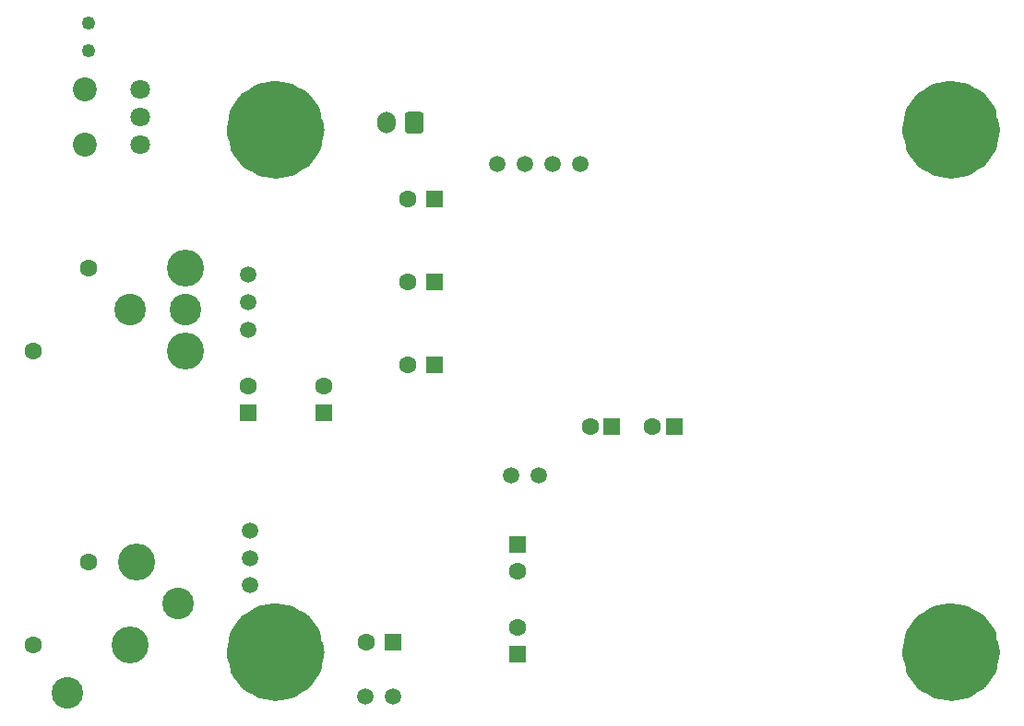
<source format=gbs>
%TF.GenerationSoftware,KiCad,Pcbnew,(5.1.7)-1*%
%TF.CreationDate,2022-07-20T13:46:15+08:00*%
%TF.ProjectId,phantom_v1,7068616e-746f-46d5-9f76-312e6b696361,rev?*%
%TF.SameCoordinates,Original*%
%TF.FileFunction,Soldermask,Bot*%
%TF.FilePolarity,Negative*%
%FSLAX46Y46*%
G04 Gerber Fmt 4.6, Leading zero omitted, Abs format (unit mm)*
G04 Created by KiCad (PCBNEW (5.1.7)-1) date 2022-07-20 13:46:15*
%MOMM*%
%LPD*%
G01*
G04 APERTURE LIST*
%ADD10C,4.500000*%
%ADD11C,1.600000*%
%ADD12R,1.600000X1.600000*%
%ADD13C,2.200000*%
%ADD14C,1.800000*%
%ADD15C,1.500000*%
%ADD16C,1.250000*%
%ADD17C,3.200000*%
%ADD18C,2.900000*%
%ADD19C,3.400000*%
%ADD20O,1.700000X2.000000*%
G04 APERTURE END LIST*
D10*
X28250000Y8500000D02*
G75*
G03*
X28250000Y8500000I-2250000J0D01*
G01*
X28250000Y56500000D02*
G75*
G03*
X28250000Y56500000I-2250000J0D01*
G01*
X90250000Y56500000D02*
G75*
G03*
X90250000Y56500000I-2250000J0D01*
G01*
X90250000Y8500000D02*
G75*
G03*
X90250000Y8500000I-2250000J0D01*
G01*
D11*
%TO.C,C18*%
X60595000Y29210000D03*
D12*
X62595000Y29210000D03*
%TD*%
D11*
%TO.C,C3*%
X38140000Y50165000D03*
D12*
X40640000Y50165000D03*
%TD*%
D13*
%TO.C,SW1*%
X8500000Y60240000D03*
X8500000Y55160000D03*
D14*
X13580000Y60240000D03*
X13580000Y57700000D03*
X13580000Y55160000D03*
%TD*%
D15*
%TO.C,TP5*%
X50165000Y24765000D03*
%TD*%
D11*
%TO.C,C19*%
X54880000Y29210000D03*
D12*
X56880000Y29210000D03*
%TD*%
D11*
%TO.C,C25*%
X23495000Y32980000D03*
D12*
X23495000Y30480000D03*
%TD*%
D11*
%TO.C,C26*%
X30480000Y32980000D03*
D12*
X30480000Y30480000D03*
%TD*%
D11*
%TO.C,C23*%
X48260000Y10775000D03*
D12*
X48260000Y8275000D03*
%TD*%
D16*
%TO.C,N5*%
X8880000Y66270000D03*
X8880000Y63730000D03*
%TD*%
D17*
%TO.C,H4*%
X88000000Y8500000D03*
%TD*%
%TO.C,H3*%
X88000000Y56500000D03*
%TD*%
%TO.C,H2*%
X26000000Y8500000D03*
%TD*%
%TO.C,H1*%
X26000000Y56500000D03*
%TD*%
D11*
%TO.C,C24*%
X34310000Y9398000D03*
D12*
X36810000Y9398000D03*
%TD*%
D11*
%TO.C,C22*%
X48260000Y15895000D03*
D12*
X48260000Y18395000D03*
%TD*%
D11*
%TO.C,C14*%
X38120000Y34925000D03*
D12*
X40620000Y34925000D03*
%TD*%
D11*
%TO.C,C10*%
X38120000Y42545000D03*
D12*
X40620000Y42545000D03*
%TD*%
D18*
%TO.C,J3*%
X6930000Y4750000D03*
D11*
X8840000Y16810000D03*
X3760000Y9190000D03*
D18*
X17100000Y13000000D03*
D19*
X13285000Y16810000D03*
X12650000Y9190000D03*
%TD*%
D18*
%TO.C,J2*%
X12650000Y40000000D03*
D11*
X8840000Y43810000D03*
X3760000Y36190000D03*
D18*
X17730000Y40000000D03*
D19*
X17730000Y43810000D03*
X17730000Y36190000D03*
%TD*%
D15*
%TO.C,TP4*%
X47625000Y24765000D03*
%TD*%
%TO.C,TP7*%
X34290000Y4445000D03*
%TD*%
%TO.C,TP6*%
X36830000Y4445000D03*
%TD*%
%TO.C,TP13*%
X23695000Y14670000D03*
%TD*%
%TO.C,TP12*%
X23695000Y17145000D03*
%TD*%
%TO.C,TP11*%
X23695000Y19685000D03*
%TD*%
%TO.C,TP10*%
X23495000Y38100000D03*
%TD*%
%TO.C,TP8*%
X23495000Y43180000D03*
%TD*%
%TO.C,TP9*%
X23495000Y40640000D03*
%TD*%
%TO.C,TP14*%
X51435000Y53340000D03*
%TD*%
%TO.C,TP3*%
X53975000Y53340000D03*
%TD*%
%TO.C,TP2*%
X48895000Y53340000D03*
%TD*%
%TO.C,TP1*%
X46355000Y53340000D03*
%TD*%
D20*
%TO.C,J1*%
X36235000Y57150000D03*
G36*
G01*
X39585000Y57900000D02*
X39585000Y56400000D01*
G75*
G02*
X39335000Y56150000I-250000J0D01*
G01*
X38135000Y56150000D01*
G75*
G02*
X37885000Y56400000I0J250000D01*
G01*
X37885000Y57900000D01*
G75*
G02*
X38135000Y58150000I250000J0D01*
G01*
X39335000Y58150000D01*
G75*
G02*
X39585000Y57900000I0J-250000D01*
G01*
G37*
%TD*%
M02*

</source>
